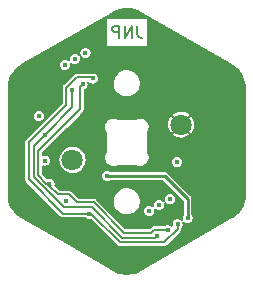
<source format=gbr>
%TF.GenerationSoftware,KiCad,Pcbnew,(6.0.6)*%
%TF.CreationDate,2022-07-10T21:38:46+02:00*%
%TF.ProjectId,GCode_Buttons_B3K-T13L,47436f64-655f-4427-9574-746f6e735f42,rev?*%
%TF.SameCoordinates,Original*%
%TF.FileFunction,Copper,L4,Bot*%
%TF.FilePolarity,Positive*%
%FSLAX46Y46*%
G04 Gerber Fmt 4.6, Leading zero omitted, Abs format (unit mm)*
G04 Created by KiCad (PCBNEW (6.0.6)) date 2022-07-10 21:38:46*
%MOMM*%
%LPD*%
G01*
G04 APERTURE LIST*
%ADD10C,0.200000*%
%TA.AperFunction,NonConductor*%
%ADD11C,0.200000*%
%TD*%
%TA.AperFunction,ComponentPad*%
%ADD12C,1.800000*%
%TD*%
%TA.AperFunction,ViaPad*%
%ADD13C,0.450000*%
%TD*%
%TA.AperFunction,Conductor*%
%ADD14C,0.200000*%
%TD*%
%TA.AperFunction,Conductor*%
%ADD15C,0.250000*%
%TD*%
G04 APERTURE END LIST*
D10*
D11*
X100880952Y-90152380D02*
X100880952Y-90866666D01*
X100928571Y-91009523D01*
X101023809Y-91104761D01*
X101166666Y-91152380D01*
X101261904Y-91152380D01*
X100404761Y-91152380D02*
X100404761Y-90152380D01*
X99833333Y-91152380D01*
X99833333Y-90152380D01*
X99357142Y-91152380D02*
X99357142Y-90152380D01*
X98976190Y-90152380D01*
X98880952Y-90200000D01*
X98833333Y-90247619D01*
X98785714Y-90342857D01*
X98785714Y-90485714D01*
X98833333Y-90580952D01*
X98880952Y-90628571D01*
X98976190Y-90676190D01*
X99357142Y-90676190D01*
D12*
%TO.P,SW1,1,1*%
%TO.N,Net-(JP1-Pad1)*%
X95400000Y-101500000D03*
%TO.P,SW1,2,2*%
%TO.N,GND*%
X104600000Y-98500000D03*
%TD*%
D13*
%TO.N,+5V*%
X103650000Y-104800000D03*
X92550000Y-97800000D03*
X96500000Y-92450000D03*
X104250000Y-101650000D03*
%TO.N,GND*%
X90650000Y-94350000D03*
X109450000Y-94350000D03*
X100000000Y-110850000D03*
X109450000Y-105300000D03*
X97400000Y-91950000D03*
X100000000Y-89000000D03*
X90500000Y-105300000D03*
%TO.N,Net-(J1-Pad4)*%
X95600000Y-92950000D03*
X102750000Y-105300000D03*
X94850000Y-104950000D03*
%TO.N,Net-(J1-Pad1)*%
X102550000Y-107950000D03*
X93050000Y-99400000D03*
X95400000Y-95600000D03*
%TO.N,Net-(J1-Pad2)*%
X93050000Y-101550000D03*
X94750000Y-93450000D03*
X101900000Y-105800000D03*
%TO.N,Net-(J1-Pad3)*%
X93450000Y-103500000D03*
X103450000Y-107450000D03*
X96250000Y-95100000D03*
%TO.N,Net-(J1-Pad5)*%
X104300000Y-106950000D03*
X96800000Y-106050000D03*
X97150000Y-94600000D03*
%TO.N,Dout*%
X105150000Y-106400000D03*
X98350000Y-102850000D03*
%TD*%
D14*
%TO.N,Net-(J1-Pad1)*%
X93050000Y-103900000D02*
X94650000Y-105500000D01*
X93050000Y-99400000D02*
X92100000Y-100350000D01*
X95400000Y-97050000D02*
X93050000Y-99400000D01*
X92100000Y-102965686D02*
X93034314Y-103900000D01*
X94650000Y-105500000D02*
X97015686Y-105500000D01*
X102425000Y-108075000D02*
X102550000Y-107950000D01*
X95400000Y-95600000D02*
X95400000Y-97050000D01*
X92100000Y-100350000D02*
X92100000Y-102965686D01*
X99590686Y-108075000D02*
X102425000Y-108075000D01*
X93034314Y-103900000D02*
X93050000Y-103900000D01*
X97015686Y-105500000D02*
X99590686Y-108075000D01*
%TO.N,Net-(J1-Pad3)*%
X103425000Y-107425000D02*
X102332537Y-107425000D01*
D15*
X93450000Y-103550000D02*
X93500000Y-103600000D01*
D14*
X93200000Y-103500000D02*
X93450000Y-103500000D01*
X96035000Y-97215000D02*
X92500000Y-100750000D01*
X99756372Y-107675000D02*
X97181372Y-105100000D01*
X96035000Y-95315000D02*
X96035000Y-97215000D01*
X94140686Y-104425000D02*
X93450000Y-103734314D01*
X102082537Y-107675000D02*
X99756372Y-107675000D01*
X95742463Y-105100000D02*
X95067463Y-104425000D01*
X97181372Y-105100000D02*
X95742463Y-105100000D01*
X95067463Y-104425000D02*
X94140686Y-104425000D01*
X102332537Y-107425000D02*
X102082537Y-107675000D01*
X103450000Y-107450000D02*
X103425000Y-107425000D01*
X93450000Y-103734314D02*
X93450000Y-103500000D01*
X92500000Y-100750000D02*
X92500000Y-102800000D01*
X96250000Y-95100000D02*
X96035000Y-95315000D01*
X92500000Y-102800000D02*
X93200000Y-103500000D01*
%TO.N,Net-(J1-Pad5)*%
X94875000Y-95382537D02*
X94875000Y-96825000D01*
X104300000Y-107350000D02*
X103175000Y-108475000D01*
X94875000Y-96825000D02*
X91700000Y-100000000D01*
X97150000Y-94600000D02*
X97050000Y-94500000D01*
X91700000Y-100000000D02*
X91700000Y-103131372D01*
X91700000Y-103131372D02*
X94618628Y-106050000D01*
X94618628Y-106050000D02*
X96800000Y-106050000D01*
X104300000Y-106950000D02*
X104300000Y-107350000D01*
X97050000Y-94500000D02*
X95757537Y-94500000D01*
X97000000Y-106050000D02*
X96800000Y-106050000D01*
X95757537Y-94500000D02*
X94875000Y-95382537D01*
X103175000Y-108475000D02*
X99425000Y-108475000D01*
X99425000Y-108475000D02*
X97000000Y-106050000D01*
D15*
%TO.N,Dout*%
X105150000Y-106400000D02*
X105150000Y-104800000D01*
X105150000Y-104800000D02*
X103200000Y-102850000D01*
X103200000Y-102850000D02*
X98350000Y-102850000D01*
%TD*%
%TA.AperFunction,Conductor*%
%TO.N,GND*%
G36*
X100139427Y-88618618D02*
G01*
X100393584Y-88648326D01*
X100404913Y-88650324D01*
X100653898Y-88709334D01*
X100664915Y-88712632D01*
X100905375Y-88800152D01*
X100915946Y-88804713D01*
X101120817Y-88907604D01*
X101129014Y-88913302D01*
X101129054Y-88913233D01*
X101138701Y-88918825D01*
X101146860Y-88926420D01*
X101157505Y-88929725D01*
X101157508Y-88929727D01*
X101158606Y-88930068D01*
X101178750Y-88938878D01*
X108920292Y-93408461D01*
X108938241Y-93421730D01*
X108946860Y-93429753D01*
X108957505Y-93433058D01*
X108966872Y-93438488D01*
X108976363Y-93442972D01*
X109168341Y-93569238D01*
X109177573Y-93576110D01*
X109329058Y-93703220D01*
X109373598Y-93740593D01*
X109381972Y-93748494D01*
X109557563Y-93934609D01*
X109564963Y-93943428D01*
X109717764Y-94148675D01*
X109724090Y-94158294D01*
X109852026Y-94379885D01*
X109857193Y-94390173D01*
X109958540Y-94625119D01*
X109962478Y-94635937D01*
X110035866Y-94881067D01*
X110038521Y-94892269D01*
X110047995Y-94945996D01*
X110082956Y-95144266D01*
X110084290Y-95155675D01*
X110097622Y-95384559D01*
X110096784Y-95394521D01*
X110096861Y-95394521D01*
X110096841Y-95405669D01*
X110094343Y-95416534D01*
X110096965Y-95428119D01*
X110097058Y-95428531D01*
X110099499Y-95450381D01*
X110099501Y-104389534D01*
X110096983Y-104411722D01*
X110094345Y-104423193D01*
X110096806Y-104434069D01*
X110096787Y-104444886D01*
X110097648Y-104455354D01*
X110092322Y-104546780D01*
X110085730Y-104659934D01*
X110084284Y-104684750D01*
X110082949Y-104696178D01*
X110064164Y-104802706D01*
X110038511Y-104948181D01*
X110035856Y-104959383D01*
X110017177Y-105021774D01*
X109962466Y-105204520D01*
X109958535Y-105215321D01*
X109889119Y-105376249D01*
X109857182Y-105450289D01*
X109852015Y-105460576D01*
X109724087Y-105682163D01*
X109717762Y-105691781D01*
X109564957Y-105897046D01*
X109557565Y-105905856D01*
X109387612Y-106086009D01*
X109381973Y-106091986D01*
X109373613Y-106099875D01*
X109177584Y-106264378D01*
X109168364Y-106271242D01*
X108976953Y-106397149D01*
X108967768Y-106401470D01*
X108967795Y-106401518D01*
X108958131Y-106407076D01*
X108947473Y-106410345D01*
X108938881Y-106418289D01*
X108938450Y-106418687D01*
X108920743Y-106431731D01*
X101179205Y-110901308D01*
X101158731Y-110910220D01*
X101158140Y-110910401D01*
X101158138Y-110910402D01*
X101147479Y-110913671D01*
X101139291Y-110921240D01*
X101129917Y-110926631D01*
X101121282Y-110932612D01*
X100915933Y-111035747D01*
X100905361Y-111040307D01*
X100664922Y-111127824D01*
X100653893Y-111131126D01*
X100404920Y-111190136D01*
X100393582Y-111192136D01*
X100139428Y-111221843D01*
X100127935Y-111222512D01*
X99872065Y-111222512D01*
X99860572Y-111221843D01*
X99606418Y-111192136D01*
X99595080Y-111190136D01*
X99346108Y-111131126D01*
X99335079Y-111127824D01*
X99094640Y-111040307D01*
X99084068Y-111035747D01*
X98879180Y-110932844D01*
X98870991Y-110927150D01*
X98870950Y-110927220D01*
X98861304Y-110921628D01*
X98853143Y-110914031D01*
X98841453Y-110910401D01*
X98841398Y-110910384D01*
X98821254Y-110901574D01*
X98820794Y-110901308D01*
X94920809Y-108649651D01*
X91079701Y-106431986D01*
X91061752Y-106418717D01*
X91061292Y-106418289D01*
X91053131Y-106410693D01*
X91042483Y-106407387D01*
X91033126Y-106401964D01*
X91023631Y-106397478D01*
X90831639Y-106271212D01*
X90822404Y-106264337D01*
X90626390Y-106099870D01*
X90618015Y-106091969D01*
X90586651Y-106058726D01*
X90442413Y-105905847D01*
X90435026Y-105897045D01*
X90282221Y-105691791D01*
X90275895Y-105682173D01*
X90256471Y-105648528D01*
X90194548Y-105541274D01*
X90147960Y-105460579D01*
X90142793Y-105450290D01*
X90041453Y-105215345D01*
X90037515Y-105204526D01*
X89964136Y-104959396D01*
X89961481Y-104948192D01*
X89917059Y-104696203D01*
X89915723Y-104684767D01*
X89902399Y-104455803D01*
X89903229Y-104445943D01*
X89903136Y-104445943D01*
X89903156Y-104434794D01*
X89905655Y-104423929D01*
X89902939Y-104411922D01*
X89900499Y-104390079D01*
X89900499Y-99985066D01*
X91394660Y-99985066D01*
X91398596Y-100013987D01*
X91399500Y-100027337D01*
X91399500Y-103077864D01*
X91399197Y-103081989D01*
X91397575Y-103086714D01*
X91397918Y-103095848D01*
X91399430Y-103136133D01*
X91399500Y-103139846D01*
X91399500Y-103159320D01*
X91400325Y-103163750D01*
X91400661Y-103168943D01*
X91401774Y-103198580D01*
X91405380Y-103206974D01*
X91405381Y-103206977D01*
X91406317Y-103209155D01*
X91412683Y-103230106D01*
X91414791Y-103241425D01*
X91426819Y-103260938D01*
X91428768Y-103264100D01*
X91435451Y-103276967D01*
X91445964Y-103301435D01*
X91449978Y-103306321D01*
X91454342Y-103310685D01*
X91468613Y-103328740D01*
X91473532Y-103336720D01*
X91496769Y-103354390D01*
X91506839Y-103363182D01*
X94368312Y-106224656D01*
X94371009Y-106227781D01*
X94373203Y-106232269D01*
X94379905Y-106238486D01*
X94409436Y-106265880D01*
X94412112Y-106268456D01*
X94425904Y-106282248D01*
X94429615Y-106284793D01*
X94433534Y-106288234D01*
X94455274Y-106308401D01*
X94463762Y-106311787D01*
X94463765Y-106311789D01*
X94465966Y-106312667D01*
X94485282Y-106322981D01*
X94487237Y-106324322D01*
X94487239Y-106324323D01*
X94494774Y-106329492D01*
X94503662Y-106331601D01*
X94503664Y-106331602D01*
X94520686Y-106335641D01*
X94534512Y-106340014D01*
X94552760Y-106347294D01*
X94552762Y-106347294D01*
X94559250Y-106349883D01*
X94565543Y-106350500D01*
X94571712Y-106350500D01*
X94594571Y-106353175D01*
X94594801Y-106353230D01*
X94594803Y-106353230D01*
X94603694Y-106355340D01*
X94632616Y-106351404D01*
X94645965Y-106350500D01*
X96457744Y-106350500D01*
X96515935Y-106369407D01*
X96527748Y-106379496D01*
X96546780Y-106398528D01*
X96553717Y-106402063D01*
X96553719Y-106402064D01*
X96659934Y-106456183D01*
X96666874Y-106459719D01*
X96674568Y-106460938D01*
X96674569Y-106460938D01*
X96792304Y-106479585D01*
X96800000Y-106480804D01*
X96807696Y-106479585D01*
X96807697Y-106479585D01*
X96927867Y-106460552D01*
X96988299Y-106470123D01*
X97013358Y-106488329D01*
X99174680Y-108649651D01*
X99177380Y-108652780D01*
X99179575Y-108657269D01*
X99186278Y-108663487D01*
X99215822Y-108690893D01*
X99218498Y-108693469D01*
X99232277Y-108707248D01*
X99235987Y-108709793D01*
X99239900Y-108713229D01*
X99252605Y-108725014D01*
X99261646Y-108733401D01*
X99270132Y-108736787D01*
X99270134Y-108736788D01*
X99272337Y-108737667D01*
X99291648Y-108747978D01*
X99293607Y-108749322D01*
X99293610Y-108749323D01*
X99301146Y-108754493D01*
X99310038Y-108756603D01*
X99310040Y-108756604D01*
X99327066Y-108760644D01*
X99340885Y-108765014D01*
X99365622Y-108774883D01*
X99371915Y-108775500D01*
X99378085Y-108775500D01*
X99400941Y-108778175D01*
X99410066Y-108780340D01*
X99438988Y-108776404D01*
X99452337Y-108775500D01*
X103121492Y-108775500D01*
X103125617Y-108775803D01*
X103130342Y-108777425D01*
X103179761Y-108775570D01*
X103183474Y-108775500D01*
X103202948Y-108775500D01*
X103207378Y-108774675D01*
X103212571Y-108774339D01*
X103228602Y-108773737D01*
X103233075Y-108773569D01*
X103242208Y-108773226D01*
X103250602Y-108769620D01*
X103250605Y-108769619D01*
X103252783Y-108768683D01*
X103273734Y-108762317D01*
X103285053Y-108760209D01*
X103307729Y-108746232D01*
X103320596Y-108739548D01*
X103338642Y-108731795D01*
X103338643Y-108731794D01*
X103345063Y-108729036D01*
X103349949Y-108725022D01*
X103354313Y-108720658D01*
X103372368Y-108706387D01*
X103380348Y-108701468D01*
X103398018Y-108678231D01*
X103406810Y-108668161D01*
X104474656Y-107600316D01*
X104477781Y-107597619D01*
X104482269Y-107595425D01*
X104515880Y-107559192D01*
X104518456Y-107556516D01*
X104532248Y-107542724D01*
X104534793Y-107539013D01*
X104538234Y-107535094D01*
X104552185Y-107520055D01*
X104552185Y-107520054D01*
X104558401Y-107513354D01*
X104561787Y-107504866D01*
X104561789Y-107504863D01*
X104562667Y-107502662D01*
X104572981Y-107483346D01*
X104574322Y-107481391D01*
X104574323Y-107481389D01*
X104579492Y-107473854D01*
X104585641Y-107447941D01*
X104590014Y-107434116D01*
X104597294Y-107415868D01*
X104597294Y-107415866D01*
X104599883Y-107409378D01*
X104600500Y-107403085D01*
X104600500Y-107396916D01*
X104603175Y-107374057D01*
X104603230Y-107373827D01*
X104603230Y-107373825D01*
X104605340Y-107364934D01*
X104601404Y-107336012D01*
X104600500Y-107322663D01*
X104600500Y-107292256D01*
X104619407Y-107234065D01*
X104629496Y-107222252D01*
X104648528Y-107203220D01*
X104653361Y-107193736D01*
X104706183Y-107090066D01*
X104706183Y-107090065D01*
X104709719Y-107083126D01*
X104719845Y-107019196D01*
X104729585Y-106957696D01*
X104730804Y-106950000D01*
X104709719Y-106816874D01*
X104712320Y-106816462D01*
X104712317Y-106767643D01*
X104748278Y-106718141D01*
X104806468Y-106699230D01*
X104864659Y-106718134D01*
X104876478Y-106728226D01*
X104896780Y-106748528D01*
X104903717Y-106752063D01*
X104903719Y-106752064D01*
X104946253Y-106773736D01*
X105016874Y-106809719D01*
X105024568Y-106810938D01*
X105024569Y-106810938D01*
X105142304Y-106829585D01*
X105150000Y-106830804D01*
X105157696Y-106829585D01*
X105275431Y-106810938D01*
X105275432Y-106810938D01*
X105283126Y-106809719D01*
X105353747Y-106773736D01*
X105396281Y-106752064D01*
X105396283Y-106752063D01*
X105403220Y-106748528D01*
X105498528Y-106653220D01*
X105509409Y-106631866D01*
X105556183Y-106540066D01*
X105556183Y-106540065D01*
X105559719Y-106533126D01*
X105561926Y-106519196D01*
X105576627Y-106426371D01*
X105580804Y-106400000D01*
X105568818Y-106324322D01*
X105560938Y-106274569D01*
X105560938Y-106274568D01*
X105559719Y-106266874D01*
X105498528Y-106146780D01*
X105494155Y-106142407D01*
X105475500Y-106084990D01*
X105475500Y-104818522D01*
X105475877Y-104809893D01*
X105478508Y-104779822D01*
X105479263Y-104771193D01*
X105469205Y-104733657D01*
X105467337Y-104725231D01*
X105463984Y-104706217D01*
X105460588Y-104686955D01*
X105456255Y-104679450D01*
X105454262Y-104673973D01*
X105451795Y-104668682D01*
X105449553Y-104660316D01*
X105427264Y-104628484D01*
X105422628Y-104621206D01*
X105407524Y-104595044D01*
X105407523Y-104595042D01*
X105403194Y-104587545D01*
X105373435Y-104562574D01*
X105367067Y-104556740D01*
X103443269Y-102632943D01*
X103437434Y-102626575D01*
X103412455Y-102596806D01*
X103378792Y-102577371D01*
X103371511Y-102572732D01*
X103369056Y-102571013D01*
X103339684Y-102550446D01*
X103331316Y-102548204D01*
X103326029Y-102545738D01*
X103320544Y-102543742D01*
X103313045Y-102539412D01*
X103304519Y-102537909D01*
X103304517Y-102537908D01*
X103274784Y-102532666D01*
X103266349Y-102530796D01*
X103237174Y-102522978D01*
X103228807Y-102520736D01*
X103220178Y-102521491D01*
X103190095Y-102524123D01*
X103181466Y-102524500D01*
X98665010Y-102524500D01*
X98607593Y-102505845D01*
X98603220Y-102501472D01*
X98483126Y-102440281D01*
X98475432Y-102439062D01*
X98475431Y-102439062D01*
X98357696Y-102420415D01*
X98350000Y-102419196D01*
X98342304Y-102420415D01*
X98224569Y-102439062D01*
X98224568Y-102439062D01*
X98216874Y-102440281D01*
X98209935Y-102443817D01*
X98209934Y-102443817D01*
X98103719Y-102497936D01*
X98103717Y-102497937D01*
X98096780Y-102501472D01*
X98001472Y-102596780D01*
X97997937Y-102603717D01*
X97997936Y-102603719D01*
X97983046Y-102632943D01*
X97940281Y-102716874D01*
X97919196Y-102850000D01*
X97940281Y-102983126D01*
X97943817Y-102990065D01*
X97943817Y-102990066D01*
X97997716Y-103095848D01*
X98001472Y-103103220D01*
X98096780Y-103198528D01*
X98103717Y-103202063D01*
X98103719Y-103202064D01*
X98196243Y-103249207D01*
X98216874Y-103259719D01*
X98224568Y-103260938D01*
X98224569Y-103260938D01*
X98313022Y-103274947D01*
X98325781Y-103276968D01*
X98342304Y-103279585D01*
X98350000Y-103280804D01*
X98357696Y-103279585D01*
X98374220Y-103276968D01*
X98386978Y-103274947D01*
X98475431Y-103260938D01*
X98475432Y-103260938D01*
X98483126Y-103259719D01*
X98603220Y-103198528D01*
X98607593Y-103194155D01*
X98665010Y-103175500D01*
X103024166Y-103175500D01*
X103082357Y-103194407D01*
X103094170Y-103204496D01*
X104795504Y-104905831D01*
X104823281Y-104960348D01*
X104824500Y-104975835D01*
X104824500Y-106084990D01*
X104805845Y-106142407D01*
X104801472Y-106146780D01*
X104740281Y-106266874D01*
X104739062Y-106274568D01*
X104739062Y-106274569D01*
X104731182Y-106324322D01*
X104719196Y-106400000D01*
X104728848Y-106460938D01*
X104740281Y-106533126D01*
X104737680Y-106533538D01*
X104737683Y-106582357D01*
X104701722Y-106631859D01*
X104643532Y-106650770D01*
X104585341Y-106631866D01*
X104573522Y-106621774D01*
X104553220Y-106601472D01*
X104546283Y-106597937D01*
X104546281Y-106597936D01*
X104440066Y-106543817D01*
X104440065Y-106543817D01*
X104433126Y-106540281D01*
X104425432Y-106539062D01*
X104425431Y-106539062D01*
X104307696Y-106520415D01*
X104300000Y-106519196D01*
X104292304Y-106520415D01*
X104174569Y-106539062D01*
X104174568Y-106539062D01*
X104166874Y-106540281D01*
X104159935Y-106543817D01*
X104159934Y-106543817D01*
X104053719Y-106597936D01*
X104053717Y-106597937D01*
X104046780Y-106601472D01*
X103951472Y-106696780D01*
X103947937Y-106703717D01*
X103947936Y-106703719D01*
X103915653Y-106767078D01*
X103890281Y-106816874D01*
X103889062Y-106824568D01*
X103889062Y-106824569D01*
X103875053Y-106913022D01*
X103869196Y-106950000D01*
X103870415Y-106957696D01*
X103881273Y-107026249D01*
X103871702Y-107086681D01*
X103828437Y-107129945D01*
X103768005Y-107139517D01*
X103713488Y-107111740D01*
X103703220Y-107101472D01*
X103696283Y-107097937D01*
X103696281Y-107097936D01*
X103590066Y-107043817D01*
X103590065Y-107043817D01*
X103583126Y-107040281D01*
X103575432Y-107039062D01*
X103575431Y-107039062D01*
X103457696Y-107020415D01*
X103450000Y-107019196D01*
X103442304Y-107020415D01*
X103324569Y-107039062D01*
X103324568Y-107039062D01*
X103316874Y-107040281D01*
X103196780Y-107101472D01*
X103192407Y-107105845D01*
X103134990Y-107124500D01*
X102386045Y-107124500D01*
X102381920Y-107124197D01*
X102377195Y-107122575D01*
X102327775Y-107124430D01*
X102324062Y-107124500D01*
X102304589Y-107124500D01*
X102300159Y-107125325D01*
X102294966Y-107125661D01*
X102275835Y-107126379D01*
X102274463Y-107126431D01*
X102265328Y-107126774D01*
X102256931Y-107130382D01*
X102256930Y-107130382D01*
X102254749Y-107131319D01*
X102233800Y-107137683D01*
X102231473Y-107138116D01*
X102231468Y-107138118D01*
X102222484Y-107139791D01*
X102199809Y-107153768D01*
X102186941Y-107160452D01*
X102168895Y-107168205D01*
X102168894Y-107168206D01*
X102162474Y-107170964D01*
X102157588Y-107174978D01*
X102153224Y-107179342D01*
X102135169Y-107193613D01*
X102127189Y-107198532D01*
X102109519Y-107221769D01*
X102100727Y-107231839D01*
X101987062Y-107345504D01*
X101932545Y-107373281D01*
X101917058Y-107374500D01*
X99921851Y-107374500D01*
X99863660Y-107355593D01*
X99851847Y-107345504D01*
X97452339Y-104945996D01*
X98895814Y-104945996D01*
X98896032Y-104950707D01*
X98896032Y-104950708D01*
X98901032Y-105058726D01*
X98905523Y-105155767D01*
X98922320Y-105225464D01*
X98940284Y-105300000D01*
X98954724Y-105359918D01*
X99041640Y-105551081D01*
X99163137Y-105722360D01*
X99171958Y-105730804D01*
X99311427Y-105864317D01*
X99311431Y-105864320D01*
X99314831Y-105867575D01*
X99491246Y-105981485D01*
X99495623Y-105983249D01*
X99669243Y-106053220D01*
X99686019Y-106059981D01*
X99690643Y-106060884D01*
X99888627Y-106099548D01*
X99888634Y-106099549D01*
X99892122Y-106100230D01*
X99897643Y-106100500D01*
X100052469Y-106100500D01*
X100148540Y-106091334D01*
X100204353Y-106086009D01*
X100204355Y-106086009D01*
X100209046Y-106085561D01*
X100410549Y-106026447D01*
X100533126Y-105963315D01*
X100593051Y-105932452D01*
X100597239Y-105930295D01*
X100762379Y-105800576D01*
X100762879Y-105800000D01*
X101469196Y-105800000D01*
X101470415Y-105807696D01*
X101484567Y-105897046D01*
X101490281Y-105933126D01*
X101493817Y-105940065D01*
X101493817Y-105940066D01*
X101538506Y-106027772D01*
X101551472Y-106053220D01*
X101646780Y-106148528D01*
X101653717Y-106152063D01*
X101653719Y-106152064D01*
X101759934Y-106206183D01*
X101766874Y-106209719D01*
X101774568Y-106210938D01*
X101774569Y-106210938D01*
X101892304Y-106229585D01*
X101900000Y-106230804D01*
X101907696Y-106229585D01*
X102025431Y-106210938D01*
X102025432Y-106210938D01*
X102033126Y-106209719D01*
X102040066Y-106206183D01*
X102146281Y-106152064D01*
X102146283Y-106152063D01*
X102153220Y-106148528D01*
X102248528Y-106053220D01*
X102261495Y-106027772D01*
X102306183Y-105940066D01*
X102306183Y-105940065D01*
X102309719Y-105933126D01*
X102315434Y-105897046D01*
X102329585Y-105807696D01*
X102330804Y-105800000D01*
X102318727Y-105723750D01*
X102328298Y-105663319D01*
X102371563Y-105620055D01*
X102431995Y-105610483D01*
X102486512Y-105638260D01*
X102496780Y-105648528D01*
X102503717Y-105652063D01*
X102503719Y-105652064D01*
X102581692Y-105691793D01*
X102616874Y-105709719D01*
X102624568Y-105710938D01*
X102624569Y-105710938D01*
X102696686Y-105722360D01*
X102717251Y-105725617D01*
X102742304Y-105729585D01*
X102750000Y-105730804D01*
X102757696Y-105729585D01*
X102782750Y-105725617D01*
X102803314Y-105722360D01*
X102875431Y-105710938D01*
X102875432Y-105710938D01*
X102883126Y-105709719D01*
X102918308Y-105691793D01*
X102996281Y-105652064D01*
X102996283Y-105652063D01*
X103003220Y-105648528D01*
X103098528Y-105553220D01*
X103130987Y-105489517D01*
X103156183Y-105440066D01*
X103156183Y-105440065D01*
X103159719Y-105433126D01*
X103169845Y-105369196D01*
X103179585Y-105307696D01*
X103180804Y-105300000D01*
X103159719Y-105166874D01*
X103162320Y-105166462D01*
X103162317Y-105117643D01*
X103198278Y-105068141D01*
X103256468Y-105049230D01*
X103314659Y-105068134D01*
X103326478Y-105078226D01*
X103396780Y-105148528D01*
X103403717Y-105152063D01*
X103403719Y-105152064D01*
X103506682Y-105204526D01*
X103516874Y-105209719D01*
X103524568Y-105210938D01*
X103524569Y-105210938D01*
X103642304Y-105229585D01*
X103650000Y-105230804D01*
X103657696Y-105229585D01*
X103775431Y-105210938D01*
X103775432Y-105210938D01*
X103783126Y-105209719D01*
X103793318Y-105204526D01*
X103896281Y-105152064D01*
X103896283Y-105152063D01*
X103903220Y-105148528D01*
X103998528Y-105053220D01*
X104009409Y-105031866D01*
X104056183Y-104940066D01*
X104056183Y-104940065D01*
X104059719Y-104933126D01*
X104062158Y-104917731D01*
X104079585Y-104807696D01*
X104080804Y-104800000D01*
X104071012Y-104738174D01*
X104060938Y-104674569D01*
X104060938Y-104674568D01*
X104059719Y-104666874D01*
X104056183Y-104659934D01*
X104002064Y-104553719D01*
X104002063Y-104553717D01*
X103998528Y-104546780D01*
X103903220Y-104451472D01*
X103896283Y-104447937D01*
X103896281Y-104447936D01*
X103790066Y-104393817D01*
X103790065Y-104393817D01*
X103783126Y-104390281D01*
X103775432Y-104389062D01*
X103775431Y-104389062D01*
X103657696Y-104370415D01*
X103650000Y-104369196D01*
X103642304Y-104370415D01*
X103524569Y-104389062D01*
X103524568Y-104389062D01*
X103516874Y-104390281D01*
X103509935Y-104393817D01*
X103509934Y-104393817D01*
X103403719Y-104447936D01*
X103403717Y-104447937D01*
X103396780Y-104451472D01*
X103301472Y-104546780D01*
X103297937Y-104553717D01*
X103297936Y-104553719D01*
X103243817Y-104659934D01*
X103240281Y-104666874D01*
X103239062Y-104674568D01*
X103239062Y-104674569D01*
X103228988Y-104738174D01*
X103219196Y-104800000D01*
X103228491Y-104858687D01*
X103240281Y-104933126D01*
X103237680Y-104933538D01*
X103237683Y-104982357D01*
X103201722Y-105031859D01*
X103143532Y-105050770D01*
X103085341Y-105031866D01*
X103073522Y-105021774D01*
X103003220Y-104951472D01*
X102996283Y-104947937D01*
X102996281Y-104947936D01*
X102890066Y-104893817D01*
X102890065Y-104893817D01*
X102883126Y-104890281D01*
X102875432Y-104889062D01*
X102875431Y-104889062D01*
X102757696Y-104870415D01*
X102750000Y-104869196D01*
X102742304Y-104870415D01*
X102624569Y-104889062D01*
X102624568Y-104889062D01*
X102616874Y-104890281D01*
X102609935Y-104893817D01*
X102609934Y-104893817D01*
X102503719Y-104947936D01*
X102503717Y-104947937D01*
X102496780Y-104951472D01*
X102401472Y-105046780D01*
X102397937Y-105053717D01*
X102397936Y-105053719D01*
X102365365Y-105117643D01*
X102340281Y-105166874D01*
X102339062Y-105174568D01*
X102339062Y-105174569D01*
X102325981Y-105257164D01*
X102319196Y-105300000D01*
X102329366Y-105364207D01*
X102331273Y-105376249D01*
X102321702Y-105436681D01*
X102278437Y-105479945D01*
X102218005Y-105489517D01*
X102163488Y-105461740D01*
X102153220Y-105451472D01*
X102146283Y-105447937D01*
X102146281Y-105447936D01*
X102040066Y-105393817D01*
X102040065Y-105393817D01*
X102033126Y-105390281D01*
X102025432Y-105389062D01*
X102025431Y-105389062D01*
X101907696Y-105370415D01*
X101900000Y-105369196D01*
X101892304Y-105370415D01*
X101774569Y-105389062D01*
X101774568Y-105389062D01*
X101766874Y-105390281D01*
X101759935Y-105393817D01*
X101759934Y-105393817D01*
X101653719Y-105447936D01*
X101653717Y-105447937D01*
X101646780Y-105451472D01*
X101551472Y-105546780D01*
X101547937Y-105553717D01*
X101547936Y-105553719D01*
X101502970Y-105641971D01*
X101490281Y-105666874D01*
X101489062Y-105674568D01*
X101489062Y-105674569D01*
X101475053Y-105763022D01*
X101469196Y-105800000D01*
X100762879Y-105800000D01*
X100881485Y-105663319D01*
X100896921Y-105645531D01*
X100896922Y-105645530D01*
X100900010Y-105641971D01*
X101005166Y-105460201D01*
X101012158Y-105440066D01*
X101072509Y-105266273D01*
X101072510Y-105266271D01*
X101074053Y-105261826D01*
X101078728Y-105229585D01*
X101103509Y-105058674D01*
X101103509Y-105058673D01*
X101104186Y-105054004D01*
X101099695Y-104956978D01*
X101094695Y-104848941D01*
X101094695Y-104848940D01*
X101094477Y-104844233D01*
X101070040Y-104742836D01*
X101046381Y-104644665D01*
X101046379Y-104644660D01*
X101045276Y-104640082D01*
X100958360Y-104448919D01*
X100836863Y-104277640D01*
X100745661Y-104190333D01*
X100688573Y-104135683D01*
X100688569Y-104135680D01*
X100685169Y-104132425D01*
X100508754Y-104018515D01*
X100402539Y-103975709D01*
X100318356Y-103941782D01*
X100318354Y-103941781D01*
X100313981Y-103940019D01*
X100308687Y-103938985D01*
X100111373Y-103900452D01*
X100111366Y-103900451D01*
X100107878Y-103899770D01*
X100102357Y-103899500D01*
X99947531Y-103899500D01*
X99851460Y-103908666D01*
X99795647Y-103913991D01*
X99795645Y-103913991D01*
X99790954Y-103914439D01*
X99589451Y-103973553D01*
X99402761Y-104069705D01*
X99306259Y-104145508D01*
X99250058Y-104189655D01*
X99237621Y-104199424D01*
X99099990Y-104358029D01*
X98994834Y-104539799D01*
X98993290Y-104544244D01*
X98993290Y-104544245D01*
X98930442Y-104725231D01*
X98925947Y-104738174D01*
X98925271Y-104742836D01*
X98904788Y-104884107D01*
X98895814Y-104945996D01*
X97452339Y-104945996D01*
X97431692Y-104925349D01*
X97428992Y-104922220D01*
X97426797Y-104917731D01*
X97390550Y-104884107D01*
X97387874Y-104881531D01*
X97374095Y-104867752D01*
X97370385Y-104865207D01*
X97366472Y-104861771D01*
X97351427Y-104847815D01*
X97344726Y-104841599D01*
X97334036Y-104837334D01*
X97314720Y-104827020D01*
X97312765Y-104825679D01*
X97312762Y-104825678D01*
X97305226Y-104820508D01*
X97279313Y-104814359D01*
X97265488Y-104809986D01*
X97247240Y-104802706D01*
X97247238Y-104802706D01*
X97240750Y-104800117D01*
X97234457Y-104799500D01*
X97228288Y-104799500D01*
X97205429Y-104796825D01*
X97205199Y-104796770D01*
X97205197Y-104796770D01*
X97196306Y-104794660D01*
X97167385Y-104798596D01*
X97154035Y-104799500D01*
X95907942Y-104799500D01*
X95849751Y-104780593D01*
X95837938Y-104770504D01*
X95317783Y-104250349D01*
X95315083Y-104247220D01*
X95312888Y-104242731D01*
X95276641Y-104209107D01*
X95273965Y-104206531D01*
X95260186Y-104192752D01*
X95256476Y-104190207D01*
X95252563Y-104186771D01*
X95237518Y-104172815D01*
X95230817Y-104166599D01*
X95220127Y-104162334D01*
X95200811Y-104152020D01*
X95198856Y-104150679D01*
X95198853Y-104150678D01*
X95191317Y-104145508D01*
X95165404Y-104139359D01*
X95151579Y-104134986D01*
X95133331Y-104127706D01*
X95133329Y-104127706D01*
X95126841Y-104125117D01*
X95120548Y-104124500D01*
X95114379Y-104124500D01*
X95091520Y-104121825D01*
X95091290Y-104121770D01*
X95091288Y-104121770D01*
X95082397Y-104119660D01*
X95053476Y-104123596D01*
X95040126Y-104124500D01*
X94306165Y-104124500D01*
X94247974Y-104105593D01*
X94236161Y-104095504D01*
X93880575Y-103739918D01*
X93852798Y-103685401D01*
X93856399Y-103639642D01*
X93859719Y-103633126D01*
X93880804Y-103500000D01*
X93859719Y-103366874D01*
X93855424Y-103358445D01*
X93802064Y-103253719D01*
X93802063Y-103253717D01*
X93798528Y-103246780D01*
X93703220Y-103151472D01*
X93696283Y-103147937D01*
X93696281Y-103147936D01*
X93590066Y-103093817D01*
X93590065Y-103093817D01*
X93583126Y-103090281D01*
X93575432Y-103089062D01*
X93575431Y-103089062D01*
X93457696Y-103070415D01*
X93450000Y-103069196D01*
X93442304Y-103070415D01*
X93324568Y-103089062D01*
X93324566Y-103089063D01*
X93316874Y-103090281D01*
X93309934Y-103093817D01*
X93302521Y-103096226D01*
X93301737Y-103093815D01*
X93253203Y-103101498D01*
X93198693Y-103073722D01*
X92829496Y-102704525D01*
X92801719Y-102650008D01*
X92800500Y-102634521D01*
X92800500Y-102056887D01*
X92819407Y-101998696D01*
X92868907Y-101962732D01*
X92916397Y-101962731D01*
X92916874Y-101959719D01*
X93050000Y-101980804D01*
X93057696Y-101979585D01*
X93175431Y-101960938D01*
X93175432Y-101960938D01*
X93183126Y-101959719D01*
X93203121Y-101949531D01*
X93296281Y-101902064D01*
X93296283Y-101902063D01*
X93303220Y-101898528D01*
X93398528Y-101803220D01*
X93405231Y-101790066D01*
X93456183Y-101690066D01*
X93456183Y-101690065D01*
X93459719Y-101683126D01*
X93462057Y-101668368D01*
X93479107Y-101560717D01*
X93480804Y-101550000D01*
X93468303Y-101471069D01*
X94295164Y-101471069D01*
X94298748Y-101525748D01*
X94307342Y-101656868D01*
X94308392Y-101672894D01*
X94309508Y-101677287D01*
X94309508Y-101677289D01*
X94312753Y-101690066D01*
X94358178Y-101868928D01*
X94442856Y-102052607D01*
X94559588Y-102217780D01*
X94704466Y-102358913D01*
X94872637Y-102471282D01*
X95058470Y-102551122D01*
X95255740Y-102595760D01*
X95457842Y-102603700D01*
X95505390Y-102596806D01*
X95653519Y-102575329D01*
X95653522Y-102575328D01*
X95658007Y-102574678D01*
X95783982Y-102531915D01*
X95845234Y-102511123D01*
X95845237Y-102511121D01*
X95849531Y-102509664D01*
X96026001Y-102410837D01*
X96181505Y-102281505D01*
X96310837Y-102126001D01*
X96409664Y-101949531D01*
X96411202Y-101945002D01*
X96459330Y-101803220D01*
X96474678Y-101758007D01*
X96488733Y-101661073D01*
X96493492Y-101628249D01*
X96503700Y-101557842D01*
X96504541Y-101525728D01*
X96505139Y-101502913D01*
X96505139Y-101502908D01*
X96505215Y-101500000D01*
X96504696Y-101494344D01*
X96487123Y-101303109D01*
X96486708Y-101298591D01*
X96431807Y-101103926D01*
X96342351Y-100922527D01*
X96246965Y-100794790D01*
X96224051Y-100764104D01*
X96224050Y-100764103D01*
X96221335Y-100760467D01*
X96072812Y-100623174D01*
X96050125Y-100608859D01*
X95905594Y-100517667D01*
X95901757Y-100515246D01*
X95713898Y-100440298D01*
X95515526Y-100400839D01*
X95415930Y-100399535D01*
X95317826Y-100398251D01*
X95317821Y-100398251D01*
X95313286Y-100398192D01*
X95308813Y-100398961D01*
X95308808Y-100398961D01*
X95210245Y-100415898D01*
X95113949Y-100432444D01*
X94924193Y-100502449D01*
X94750371Y-100605862D01*
X94746956Y-100608857D01*
X94746953Y-100608859D01*
X94730630Y-100623174D01*
X94598305Y-100739220D01*
X94595497Y-100742782D01*
X94479906Y-100889410D01*
X94473089Y-100898057D01*
X94378914Y-101077053D01*
X94377569Y-101081384D01*
X94377568Y-101081387D01*
X94328610Y-101239062D01*
X94318937Y-101270213D01*
X94295164Y-101471069D01*
X93468303Y-101471069D01*
X93459719Y-101416874D01*
X93446675Y-101391274D01*
X93402064Y-101303719D01*
X93402063Y-101303717D01*
X93398528Y-101296780D01*
X93303220Y-101201472D01*
X93296283Y-101197937D01*
X93296281Y-101197936D01*
X93190066Y-101143817D01*
X93190065Y-101143817D01*
X93183126Y-101140281D01*
X93175432Y-101139062D01*
X93175431Y-101139062D01*
X93057696Y-101120415D01*
X93050000Y-101119196D01*
X92916874Y-101140281D01*
X92916397Y-101137268D01*
X92868902Y-101137266D01*
X92819404Y-101101299D01*
X92800500Y-101043113D01*
X92800500Y-100915479D01*
X92819407Y-100857288D01*
X92829496Y-100845475D01*
X94900743Y-98774228D01*
X98162846Y-98774228D01*
X98194018Y-98920240D01*
X98213143Y-98962757D01*
X98247973Y-99040190D01*
X98251957Y-99050715D01*
X98252127Y-99051101D01*
X98253783Y-99056435D01*
X98254144Y-99057056D01*
X98257987Y-99061155D01*
X98261335Y-99065653D01*
X98260577Y-99066218D01*
X98272215Y-99083344D01*
X98277334Y-99094200D01*
X98283350Y-99110555D01*
X98292558Y-99144575D01*
X98295610Y-99161720D01*
X98296653Y-99173533D01*
X98295987Y-99183154D01*
X98296865Y-99183156D01*
X98296845Y-99194303D01*
X98294345Y-99205169D01*
X98297062Y-99217181D01*
X98299501Y-99239022D01*
X98299501Y-100760446D01*
X98296985Y-100782623D01*
X98294344Y-100794113D01*
X98296806Y-100804988D01*
X98296787Y-100816134D01*
X98296047Y-100816133D01*
X98296713Y-100826038D01*
X98295633Y-100838279D01*
X98292577Y-100855443D01*
X98283374Y-100889444D01*
X98277363Y-100905791D01*
X98272481Y-100916143D01*
X98260882Y-100933132D01*
X98261720Y-100933761D01*
X98258355Y-100938249D01*
X98254506Y-100942325D01*
X98254143Y-100942944D01*
X98252463Y-100948288D01*
X98252403Y-100948423D01*
X98248353Y-100959063D01*
X98196215Y-101074975D01*
X98196213Y-101074980D01*
X98194057Y-101079774D01*
X98162887Y-101225776D01*
X98163190Y-101375069D01*
X98194953Y-101520944D01*
X98197127Y-101525725D01*
X98197128Y-101525728D01*
X98208165Y-101550000D01*
X98256749Y-101656847D01*
X98345801Y-101776673D01*
X98349758Y-101780139D01*
X98349761Y-101780142D01*
X98382397Y-101808726D01*
X98458108Y-101875037D01*
X98588624Y-101947521D01*
X98731486Y-101990867D01*
X98736719Y-101991298D01*
X98736723Y-101991299D01*
X98875031Y-102002696D01*
X98875032Y-102002696D01*
X98880275Y-102003128D01*
X99028305Y-101983753D01*
X99048521Y-101976545D01*
X99152176Y-101939586D01*
X99162980Y-101936460D01*
X99163383Y-101936320D01*
X99168843Y-101935094D01*
X99169490Y-101934784D01*
X99173870Y-101931293D01*
X99178618Y-101928317D01*
X99178968Y-101928876D01*
X99197026Y-101918455D01*
X99202024Y-101916494D01*
X99216152Y-101912137D01*
X99241180Y-101906424D01*
X99245316Y-101905480D01*
X99259952Y-101903274D01*
X99264985Y-101902897D01*
X99274801Y-101903640D01*
X99274802Y-101903139D01*
X99285951Y-101903158D01*
X99296816Y-101905655D01*
X99307688Y-101903194D01*
X99307690Y-101903194D01*
X99308801Y-101902942D01*
X99330658Y-101900499D01*
X100668812Y-101900499D01*
X100691006Y-101903019D01*
X100691599Y-101903156D01*
X100691603Y-101903156D01*
X100702466Y-101905655D01*
X100713340Y-101903196D01*
X100724488Y-101903216D01*
X100724487Y-101903607D01*
X100734446Y-101902871D01*
X100735999Y-101902987D01*
X100740047Y-101903291D01*
X100754680Y-101905497D01*
X100783851Y-101912156D01*
X100797975Y-101916511D01*
X100802545Y-101918305D01*
X100820310Y-101928600D01*
X100820721Y-101927948D01*
X100825478Y-101930950D01*
X100829863Y-101934471D01*
X100830176Y-101934622D01*
X100830178Y-101934624D01*
X100830180Y-101934625D01*
X100830510Y-101934784D01*
X100835934Y-101936022D01*
X100836774Y-101936316D01*
X100846375Y-101939113D01*
X100959883Y-101979585D01*
X100971685Y-101983793D01*
X101119724Y-102003169D01*
X101124967Y-102002737D01*
X101124968Y-102002737D01*
X101263285Y-101991339D01*
X101263289Y-101991338D01*
X101268522Y-101990907D01*
X101411392Y-101947558D01*
X101541916Y-101875070D01*
X101654230Y-101776700D01*
X101743287Y-101656868D01*
X101746410Y-101650000D01*
X103819196Y-101650000D01*
X103822105Y-101668368D01*
X103836303Y-101758007D01*
X103840281Y-101783126D01*
X103843817Y-101790065D01*
X103843817Y-101790066D01*
X103896276Y-101893022D01*
X103901472Y-101903220D01*
X103996780Y-101998528D01*
X104003717Y-102002063D01*
X104003719Y-102002064D01*
X104005888Y-102003169D01*
X104116874Y-102059719D01*
X104124568Y-102060938D01*
X104124569Y-102060938D01*
X104242304Y-102079585D01*
X104250000Y-102080804D01*
X104257696Y-102079585D01*
X104375431Y-102060938D01*
X104375432Y-102060938D01*
X104383126Y-102059719D01*
X104494112Y-102003169D01*
X104496281Y-102002064D01*
X104496283Y-102002063D01*
X104503220Y-101998528D01*
X104598528Y-101903220D01*
X104603725Y-101893022D01*
X104656183Y-101790066D01*
X104656183Y-101790065D01*
X104659719Y-101783126D01*
X104663698Y-101758007D01*
X104677895Y-101668368D01*
X104680804Y-101650000D01*
X104666683Y-101560842D01*
X104660938Y-101524569D01*
X104660938Y-101524568D01*
X104659719Y-101516874D01*
X104653865Y-101505385D01*
X104602064Y-101403719D01*
X104602063Y-101403717D01*
X104598528Y-101396780D01*
X104503220Y-101301472D01*
X104496283Y-101297937D01*
X104496281Y-101297936D01*
X104390066Y-101243817D01*
X104390065Y-101243817D01*
X104383126Y-101240281D01*
X104375432Y-101239062D01*
X104375431Y-101239062D01*
X104259079Y-101220634D01*
X104250000Y-101219196D01*
X104240921Y-101220634D01*
X104124569Y-101239062D01*
X104124568Y-101239062D01*
X104116874Y-101240281D01*
X104109935Y-101243817D01*
X104109934Y-101243817D01*
X104003719Y-101297936D01*
X104003717Y-101297937D01*
X103996780Y-101301472D01*
X103901472Y-101396780D01*
X103897937Y-101403717D01*
X103897936Y-101403719D01*
X103846135Y-101505385D01*
X103840281Y-101516874D01*
X103839062Y-101524568D01*
X103839062Y-101524569D01*
X103833317Y-101560842D01*
X103819196Y-101650000D01*
X101746410Y-101650000D01*
X101805086Y-101520956D01*
X101836851Y-101375073D01*
X101837154Y-101225771D01*
X101805982Y-101079760D01*
X101752025Y-100959804D01*
X101748052Y-100949310D01*
X101747896Y-100948955D01*
X101747887Y-100948943D01*
X101746216Y-100943564D01*
X101746039Y-100943260D01*
X101746035Y-100943247D01*
X101746026Y-100943237D01*
X101745855Y-100942944D01*
X101742048Y-100938883D01*
X101740924Y-100937376D01*
X101740360Y-100936512D01*
X101740121Y-100936300D01*
X101738714Y-100934413D01*
X101738900Y-100934275D01*
X101734171Y-100927031D01*
X101733503Y-100925853D01*
X101733882Y-100925638D01*
X101727777Y-100916656D01*
X101722639Y-100905764D01*
X101716620Y-100889410D01*
X101712574Y-100874471D01*
X101707407Y-100855396D01*
X101704350Y-100838242D01*
X101703319Y-100826589D01*
X101703994Y-100816805D01*
X101703140Y-100816804D01*
X101703159Y-100805654D01*
X101705656Y-100794790D01*
X101703195Y-100783919D01*
X101703195Y-100783917D01*
X101702943Y-100782806D01*
X101700500Y-100760947D01*
X101700500Y-99348521D01*
X103898729Y-99348521D01*
X103899496Y-99353368D01*
X103899511Y-99353388D01*
X103901532Y-99355357D01*
X103908554Y-99361044D01*
X104069099Y-99468317D01*
X104077054Y-99472635D01*
X104254446Y-99548849D01*
X104263058Y-99551647D01*
X104451380Y-99594261D01*
X104460339Y-99595440D01*
X104653289Y-99603021D01*
X104662299Y-99602549D01*
X104853399Y-99574841D01*
X104862191Y-99572730D01*
X105045026Y-99510666D01*
X105053288Y-99506988D01*
X105221757Y-99412640D01*
X105229205Y-99407521D01*
X105291888Y-99355388D01*
X105299004Y-99344110D01*
X105298818Y-99341277D01*
X105296816Y-99338237D01*
X104611086Y-98652507D01*
X104599203Y-98646453D01*
X104594172Y-98647249D01*
X103904783Y-99336638D01*
X103898729Y-99348521D01*
X101700500Y-99348521D01*
X101700500Y-99239550D01*
X101703016Y-99217374D01*
X101703158Y-99216754D01*
X101705656Y-99205887D01*
X101703194Y-99195012D01*
X101703213Y-99183866D01*
X101703954Y-99183867D01*
X101703287Y-99173964D01*
X101704367Y-99161722D01*
X101707423Y-99144557D01*
X101716626Y-99110556D01*
X101722637Y-99094209D01*
X101727519Y-99083857D01*
X101739118Y-99066868D01*
X101738280Y-99066239D01*
X101741645Y-99061751D01*
X101745494Y-99057675D01*
X101745857Y-99057056D01*
X101747534Y-99051723D01*
X101747595Y-99051585D01*
X101751646Y-99040940D01*
X101751984Y-99040190D01*
X101805944Y-98920227D01*
X101807042Y-98915084D01*
X101836016Y-98779367D01*
X101836016Y-98779365D01*
X101837114Y-98774223D01*
X101836867Y-98652507D01*
X101836822Y-98630194D01*
X101836822Y-98630191D01*
X101836811Y-98624930D01*
X101805048Y-98479055D01*
X101803482Y-98475610D01*
X103495963Y-98475610D01*
X103508591Y-98668289D01*
X103510004Y-98677210D01*
X103557534Y-98864359D01*
X103560554Y-98872887D01*
X103641389Y-99048232D01*
X103645910Y-99056063D01*
X103743117Y-99193607D01*
X103753804Y-99201587D01*
X103754553Y-99201597D01*
X103760684Y-99197895D01*
X104447493Y-98511086D01*
X104452735Y-98500797D01*
X104746453Y-98500797D01*
X104747249Y-98505828D01*
X105434277Y-99192856D01*
X105446160Y-99198910D01*
X105448962Y-99198467D01*
X105451808Y-99196193D01*
X105507521Y-99129205D01*
X105512640Y-99121757D01*
X105606988Y-98953288D01*
X105610666Y-98945026D01*
X105672730Y-98762191D01*
X105674841Y-98753399D01*
X105702782Y-98560691D01*
X105703275Y-98554907D01*
X105704637Y-98502914D01*
X105704447Y-98497101D01*
X105686629Y-98303200D01*
X105684982Y-98294314D01*
X105632570Y-98108473D01*
X105629332Y-98100038D01*
X105543928Y-97926855D01*
X105539209Y-97919154D01*
X105455848Y-97807521D01*
X105444954Y-97799822D01*
X105443505Y-97799841D01*
X105438414Y-97803007D01*
X104752507Y-98488914D01*
X104746453Y-98500797D01*
X104452735Y-98500797D01*
X104453547Y-98499203D01*
X104452751Y-98494172D01*
X103765442Y-97806863D01*
X103753559Y-97800809D01*
X103751442Y-97801144D01*
X103747711Y-97804206D01*
X103676322Y-97894763D01*
X103671397Y-97902346D01*
X103581490Y-98073231D01*
X103578032Y-98081579D01*
X103520773Y-98265984D01*
X103518895Y-98274821D01*
X103496199Y-98466578D01*
X103495963Y-98475610D01*
X101803482Y-98475610D01*
X101787541Y-98440552D01*
X101770947Y-98404060D01*
X101743252Y-98343152D01*
X101654200Y-98223326D01*
X101650217Y-98219837D01*
X101545853Y-98128431D01*
X101545852Y-98128430D01*
X101541892Y-98124962D01*
X101411375Y-98052478D01*
X101268513Y-98009132D01*
X101263280Y-98008701D01*
X101263276Y-98008700D01*
X101124968Y-97997303D01*
X101124967Y-97997303D01*
X101119724Y-97996871D01*
X101114506Y-97997554D01*
X100977202Y-98015525D01*
X100971693Y-98016246D01*
X100966738Y-98018013D01*
X100966729Y-98018015D01*
X100847817Y-98060415D01*
X100837068Y-98063525D01*
X100836632Y-98063677D01*
X100831156Y-98064906D01*
X100830508Y-98065217D01*
X100826138Y-98068700D01*
X100821407Y-98071668D01*
X100821059Y-98071114D01*
X100802969Y-98081557D01*
X100797987Y-98083512D01*
X100783835Y-98087877D01*
X100754726Y-98094518D01*
X100740083Y-98096723D01*
X100735051Y-98097099D01*
X100725280Y-98096357D01*
X100725279Y-98096870D01*
X100714130Y-98096847D01*
X100703266Y-98094345D01*
X100692392Y-98096802D01*
X100691219Y-98097067D01*
X100669400Y-98099501D01*
X99331159Y-98099501D01*
X99308984Y-98096986D01*
X99308358Y-98096842D01*
X99297493Y-98094345D01*
X99286620Y-98096807D01*
X99275471Y-98096789D01*
X99275472Y-98096395D01*
X99265501Y-98097135D01*
X99259905Y-98096716D01*
X99245284Y-98094513D01*
X99216124Y-98087861D01*
X99201989Y-98083504D01*
X99197538Y-98081758D01*
X99179648Y-98071392D01*
X99179245Y-98072030D01*
X99174506Y-98069036D01*
X99170137Y-98065529D01*
X99169806Y-98065369D01*
X99169805Y-98065368D01*
X99169803Y-98065368D01*
X99169490Y-98065216D01*
X99163993Y-98063961D01*
X99163099Y-98063647D01*
X99153625Y-98060887D01*
X99033265Y-98017972D01*
X99028315Y-98016207D01*
X98880276Y-97996831D01*
X98875033Y-97997263D01*
X98875032Y-97997263D01*
X98736715Y-98008661D01*
X98736711Y-98008662D01*
X98731478Y-98009093D01*
X98588608Y-98052442D01*
X98458084Y-98124929D01*
X98345770Y-98223299D01*
X98314048Y-98265984D01*
X98286390Y-98303200D01*
X98256713Y-98343132D01*
X98194914Y-98479043D01*
X98163149Y-98624927D01*
X98163138Y-98630188D01*
X98163138Y-98630191D01*
X98163093Y-98652507D01*
X98162846Y-98774228D01*
X94900743Y-98774228D01*
X96019466Y-97655505D01*
X103900772Y-97655505D01*
X103901096Y-97659023D01*
X103902467Y-97661046D01*
X104588914Y-98347493D01*
X104600797Y-98353547D01*
X104605828Y-98352751D01*
X105293899Y-97664680D01*
X105299953Y-97652797D01*
X105299293Y-97648630D01*
X105298545Y-97647641D01*
X105275837Y-97626650D01*
X105268670Y-97621151D01*
X105105369Y-97518117D01*
X105097315Y-97514013D01*
X104917969Y-97442460D01*
X104909306Y-97439894D01*
X104719928Y-97402225D01*
X104710935Y-97401280D01*
X104517864Y-97398751D01*
X104508849Y-97399461D01*
X104318555Y-97432160D01*
X104309819Y-97434501D01*
X104128668Y-97501331D01*
X104120506Y-97505224D01*
X103954562Y-97603950D01*
X103947260Y-97609255D01*
X103907591Y-97644044D01*
X103900772Y-97655505D01*
X96019466Y-97655505D01*
X96209651Y-97465320D01*
X96212780Y-97462620D01*
X96217269Y-97460425D01*
X96250893Y-97424178D01*
X96253469Y-97421502D01*
X96267248Y-97407723D01*
X96269793Y-97404013D01*
X96273229Y-97400100D01*
X96287185Y-97385055D01*
X96293401Y-97378354D01*
X96297666Y-97367664D01*
X96307980Y-97348348D01*
X96309321Y-97346393D01*
X96309322Y-97346390D01*
X96314492Y-97338854D01*
X96320641Y-97312941D01*
X96325014Y-97299116D01*
X96332294Y-97280868D01*
X96332294Y-97280866D01*
X96334883Y-97274378D01*
X96335500Y-97268085D01*
X96335500Y-97261916D01*
X96338175Y-97239057D01*
X96338230Y-97238827D01*
X96338230Y-97238825D01*
X96340340Y-97229934D01*
X96336404Y-97201012D01*
X96335500Y-97187663D01*
X96335500Y-95594653D01*
X96354407Y-95536462D01*
X96389554Y-95506444D01*
X96472311Y-95464277D01*
X96496281Y-95452064D01*
X96496283Y-95452063D01*
X96503220Y-95448528D01*
X96598528Y-95353220D01*
X96607496Y-95335621D01*
X96656183Y-95240066D01*
X96656183Y-95240065D01*
X96659719Y-95233126D01*
X96661144Y-95224133D01*
X96679585Y-95107696D01*
X96680804Y-95100000D01*
X96659719Y-94966874D01*
X96662320Y-94966462D01*
X96662317Y-94917643D01*
X96698278Y-94868141D01*
X96756468Y-94849230D01*
X96814659Y-94868134D01*
X96826478Y-94878226D01*
X96896780Y-94948528D01*
X96903717Y-94952063D01*
X96903719Y-94952064D01*
X97009934Y-95006183D01*
X97016874Y-95009719D01*
X97024568Y-95010938D01*
X97024569Y-95010938D01*
X97142304Y-95029585D01*
X97150000Y-95030804D01*
X97157696Y-95029585D01*
X97275431Y-95010938D01*
X97275432Y-95010938D01*
X97283126Y-95009719D01*
X97290066Y-95006183D01*
X97396281Y-94952064D01*
X97396283Y-94952063D01*
X97403220Y-94948528D01*
X97405752Y-94945996D01*
X98895814Y-94945996D01*
X98896032Y-94950707D01*
X98896032Y-94950708D01*
X98904991Y-95144263D01*
X98905523Y-95155767D01*
X98920806Y-95219183D01*
X98953110Y-95353220D01*
X98954724Y-95359918D01*
X99041640Y-95551081D01*
X99163137Y-95722360D01*
X99241127Y-95797019D01*
X99311427Y-95864317D01*
X99311431Y-95864320D01*
X99314831Y-95867575D01*
X99491246Y-95981485D01*
X99495623Y-95983249D01*
X99602811Y-96026447D01*
X99686019Y-96059981D01*
X99690643Y-96060884D01*
X99888627Y-96099548D01*
X99888634Y-96099549D01*
X99892122Y-96100230D01*
X99897643Y-96100500D01*
X100052469Y-96100500D01*
X100148540Y-96091334D01*
X100204353Y-96086009D01*
X100204355Y-96086009D01*
X100209046Y-96085561D01*
X100410549Y-96026447D01*
X100597239Y-95930295D01*
X100762379Y-95800576D01*
X100900010Y-95641971D01*
X101005166Y-95460201D01*
X101012234Y-95439848D01*
X101072509Y-95266273D01*
X101072510Y-95266271D01*
X101074053Y-95261826D01*
X101089441Y-95155699D01*
X101103509Y-95058674D01*
X101103509Y-95058673D01*
X101104186Y-95054004D01*
X101096438Y-94886594D01*
X101094695Y-94848941D01*
X101094695Y-94848940D01*
X101094477Y-94844233D01*
X101070040Y-94742836D01*
X101046381Y-94644665D01*
X101046379Y-94644660D01*
X101045276Y-94640082D01*
X100958360Y-94448919D01*
X100836863Y-94277640D01*
X100752115Y-94196512D01*
X100688573Y-94135683D01*
X100688569Y-94135680D01*
X100685169Y-94132425D01*
X100508754Y-94018515D01*
X100402539Y-93975709D01*
X100318356Y-93941782D01*
X100318354Y-93941781D01*
X100313981Y-93940019D01*
X100307754Y-93938803D01*
X100111373Y-93900452D01*
X100111366Y-93900451D01*
X100107878Y-93899770D01*
X100102357Y-93899500D01*
X99947531Y-93899500D01*
X99851460Y-93908666D01*
X99795647Y-93913991D01*
X99795645Y-93913991D01*
X99790954Y-93914439D01*
X99589451Y-93973553D01*
X99402761Y-94069705D01*
X99296343Y-94153297D01*
X99249261Y-94190281D01*
X99237621Y-94199424D01*
X99099990Y-94358029D01*
X98994834Y-94539799D01*
X98993290Y-94544244D01*
X98993290Y-94544245D01*
X98958419Y-94644665D01*
X98925947Y-94738174D01*
X98925271Y-94742836D01*
X98907103Y-94868141D01*
X98895814Y-94945996D01*
X97405752Y-94945996D01*
X97498528Y-94853220D01*
X97503108Y-94844233D01*
X97556183Y-94740066D01*
X97556183Y-94740065D01*
X97559719Y-94733126D01*
X97580804Y-94600000D01*
X97559719Y-94466874D01*
X97552756Y-94453208D01*
X97502064Y-94353719D01*
X97502063Y-94353717D01*
X97498528Y-94346780D01*
X97403220Y-94251472D01*
X97396283Y-94247937D01*
X97396281Y-94247936D01*
X97290066Y-94193817D01*
X97290065Y-94193817D01*
X97283126Y-94190281D01*
X97275432Y-94189062D01*
X97275431Y-94189062D01*
X97157696Y-94170415D01*
X97150000Y-94169196D01*
X97142304Y-94170415D01*
X97024568Y-94189062D01*
X97024566Y-94189063D01*
X97016874Y-94190281D01*
X97009933Y-94193817D01*
X97007359Y-94194654D01*
X96976766Y-94199500D01*
X95811045Y-94199500D01*
X95806920Y-94199197D01*
X95802195Y-94197575D01*
X95752936Y-94199424D01*
X95752776Y-94199430D01*
X95749063Y-94199500D01*
X95729589Y-94199500D01*
X95725159Y-94200325D01*
X95719966Y-94200661D01*
X95703935Y-94201263D01*
X95699462Y-94201431D01*
X95690329Y-94201774D01*
X95681935Y-94205380D01*
X95681932Y-94205381D01*
X95679754Y-94206317D01*
X95658803Y-94212683D01*
X95647484Y-94214791D01*
X95639701Y-94219588D01*
X95639702Y-94219588D01*
X95624809Y-94228768D01*
X95611941Y-94235452D01*
X95593895Y-94243205D01*
X95593894Y-94243206D01*
X95587474Y-94245964D01*
X95582588Y-94249978D01*
X95578224Y-94254342D01*
X95560169Y-94268613D01*
X95552189Y-94273532D01*
X95534519Y-94296769D01*
X95525727Y-94306839D01*
X94700349Y-95132217D01*
X94697220Y-95134917D01*
X94692731Y-95137112D01*
X94686513Y-95143815D01*
X94659107Y-95173359D01*
X94656531Y-95176035D01*
X94642752Y-95189814D01*
X94640207Y-95193524D01*
X94636771Y-95197437D01*
X94616599Y-95219183D01*
X94613212Y-95227671D01*
X94613212Y-95227672D01*
X94612334Y-95229873D01*
X94602020Y-95249189D01*
X94600679Y-95251144D01*
X94600678Y-95251147D01*
X94595508Y-95258683D01*
X94589359Y-95284595D01*
X94584986Y-95298421D01*
X94584330Y-95300066D01*
X94575117Y-95323159D01*
X94574500Y-95329452D01*
X94574500Y-95335621D01*
X94571825Y-95358480D01*
X94569660Y-95367603D01*
X94573323Y-95394521D01*
X94573596Y-95396524D01*
X94574500Y-95409874D01*
X94574500Y-96659521D01*
X94555593Y-96717712D01*
X94545504Y-96729525D01*
X91525349Y-99749680D01*
X91522220Y-99752380D01*
X91517731Y-99754575D01*
X91511513Y-99761278D01*
X91484107Y-99790822D01*
X91481531Y-99793498D01*
X91467752Y-99807277D01*
X91465207Y-99810987D01*
X91461771Y-99814900D01*
X91441599Y-99836646D01*
X91438212Y-99845134D01*
X91438212Y-99845135D01*
X91437334Y-99847336D01*
X91427020Y-99866652D01*
X91425679Y-99868607D01*
X91425678Y-99868610D01*
X91420508Y-99876146D01*
X91418398Y-99885038D01*
X91414359Y-99902058D01*
X91409986Y-99915884D01*
X91402706Y-99934132D01*
X91400117Y-99940622D01*
X91399500Y-99946915D01*
X91399500Y-99953084D01*
X91396825Y-99975943D01*
X91394660Y-99985066D01*
X89900499Y-99985066D01*
X89900499Y-97800000D01*
X92119196Y-97800000D01*
X92140281Y-97933126D01*
X92143817Y-97940065D01*
X92143817Y-97940066D01*
X92182633Y-98016246D01*
X92201472Y-98053220D01*
X92296780Y-98148528D01*
X92303717Y-98152063D01*
X92303719Y-98152064D01*
X92409934Y-98206183D01*
X92416874Y-98209719D01*
X92424568Y-98210938D01*
X92424569Y-98210938D01*
X92542304Y-98229585D01*
X92550000Y-98230804D01*
X92557696Y-98229585D01*
X92675431Y-98210938D01*
X92675432Y-98210938D01*
X92683126Y-98209719D01*
X92690066Y-98206183D01*
X92796281Y-98152064D01*
X92796283Y-98152063D01*
X92803220Y-98148528D01*
X92898528Y-98053220D01*
X92917368Y-98016246D01*
X92956183Y-97940066D01*
X92956183Y-97940065D01*
X92959719Y-97933126D01*
X92980804Y-97800000D01*
X92959719Y-97666874D01*
X92953926Y-97655505D01*
X92902064Y-97553719D01*
X92902063Y-97553717D01*
X92898528Y-97546780D01*
X92803220Y-97451472D01*
X92796283Y-97447937D01*
X92796281Y-97447936D01*
X92690066Y-97393817D01*
X92690065Y-97393817D01*
X92683126Y-97390281D01*
X92675432Y-97389062D01*
X92675431Y-97389062D01*
X92557696Y-97370415D01*
X92550000Y-97369196D01*
X92542304Y-97370415D01*
X92424569Y-97389062D01*
X92424568Y-97389062D01*
X92416874Y-97390281D01*
X92409935Y-97393817D01*
X92409934Y-97393817D01*
X92303719Y-97447936D01*
X92303717Y-97447937D01*
X92296780Y-97451472D01*
X92201472Y-97546780D01*
X92197937Y-97553717D01*
X92197936Y-97553719D01*
X92146074Y-97655505D01*
X92140281Y-97666874D01*
X92119196Y-97800000D01*
X89900499Y-97800000D01*
X89900499Y-95450912D01*
X89903017Y-95428726D01*
X89903062Y-95428531D01*
X89905655Y-95417254D01*
X89903194Y-95406378D01*
X89903213Y-95395560D01*
X89902351Y-95385093D01*
X89902383Y-95384555D01*
X89911392Y-95229873D01*
X89915713Y-95155700D01*
X89917049Y-95144266D01*
X89961481Y-94892274D01*
X89964136Y-94881071D01*
X89964138Y-94881067D01*
X90008429Y-94733126D01*
X90037525Y-94635940D01*
X90041463Y-94625122D01*
X90142807Y-94390182D01*
X90147973Y-94379894D01*
X90233024Y-94232581D01*
X90275919Y-94158285D01*
X90282242Y-94148672D01*
X90296241Y-94129869D01*
X90435040Y-93943431D01*
X90442440Y-93934612D01*
X90618035Y-93748493D01*
X90626399Y-93740601D01*
X90822430Y-93576112D01*
X90831656Y-93569245D01*
X91012961Y-93450000D01*
X94319196Y-93450000D01*
X94340281Y-93583126D01*
X94401472Y-93703220D01*
X94496780Y-93798528D01*
X94503717Y-93802063D01*
X94503719Y-93802064D01*
X94553442Y-93827399D01*
X94616874Y-93859719D01*
X94624568Y-93860938D01*
X94624569Y-93860938D01*
X94742304Y-93879585D01*
X94750000Y-93880804D01*
X94757696Y-93879585D01*
X94875431Y-93860938D01*
X94875432Y-93860938D01*
X94883126Y-93859719D01*
X94946558Y-93827399D01*
X94996281Y-93802064D01*
X94996283Y-93802063D01*
X95003220Y-93798528D01*
X95098528Y-93703220D01*
X95159719Y-93583126D01*
X95180804Y-93450000D01*
X95168727Y-93373750D01*
X95178298Y-93313319D01*
X95221563Y-93270055D01*
X95281995Y-93260483D01*
X95336512Y-93288260D01*
X95346780Y-93298528D01*
X95353717Y-93302063D01*
X95353719Y-93302064D01*
X95397888Y-93324569D01*
X95466874Y-93359719D01*
X95474568Y-93360938D01*
X95474569Y-93360938D01*
X95592304Y-93379585D01*
X95600000Y-93380804D01*
X95607696Y-93379585D01*
X95725431Y-93360938D01*
X95725432Y-93360938D01*
X95733126Y-93359719D01*
X95802112Y-93324569D01*
X95846281Y-93302064D01*
X95846283Y-93302063D01*
X95853220Y-93298528D01*
X95948528Y-93203220D01*
X95980987Y-93139517D01*
X96006183Y-93090066D01*
X96006183Y-93090065D01*
X96009719Y-93083126D01*
X96019845Y-93019196D01*
X96029585Y-92957696D01*
X96030804Y-92950000D01*
X96009719Y-92816874D01*
X96012320Y-92816462D01*
X96012317Y-92767643D01*
X96048278Y-92718141D01*
X96106468Y-92699230D01*
X96164659Y-92718134D01*
X96176478Y-92728226D01*
X96246780Y-92798528D01*
X96253717Y-92802063D01*
X96253719Y-92802064D01*
X96297888Y-92824569D01*
X96366874Y-92859719D01*
X96374568Y-92860938D01*
X96374569Y-92860938D01*
X96492304Y-92879585D01*
X96500000Y-92880804D01*
X96507696Y-92879585D01*
X96625431Y-92860938D01*
X96625432Y-92860938D01*
X96633126Y-92859719D01*
X96702112Y-92824569D01*
X96746281Y-92802064D01*
X96746283Y-92802063D01*
X96753220Y-92798528D01*
X96848528Y-92703220D01*
X96859409Y-92681866D01*
X96906183Y-92590066D01*
X96906183Y-92590065D01*
X96909719Y-92583126D01*
X96919845Y-92519196D01*
X96929585Y-92457696D01*
X96930804Y-92450000D01*
X96909719Y-92316874D01*
X96848528Y-92196780D01*
X96753220Y-92101472D01*
X96746283Y-92097937D01*
X96746281Y-92097936D01*
X96640066Y-92043817D01*
X96640065Y-92043817D01*
X96633126Y-92040281D01*
X96625432Y-92039062D01*
X96625431Y-92039062D01*
X96507696Y-92020415D01*
X96500000Y-92019196D01*
X96492304Y-92020415D01*
X96374569Y-92039062D01*
X96374568Y-92039062D01*
X96366874Y-92040281D01*
X96359935Y-92043817D01*
X96359934Y-92043817D01*
X96253719Y-92097936D01*
X96253717Y-92097937D01*
X96246780Y-92101472D01*
X96151472Y-92196780D01*
X96090281Y-92316874D01*
X96069196Y-92450000D01*
X96070415Y-92457696D01*
X96090281Y-92583126D01*
X96087680Y-92583538D01*
X96087683Y-92632357D01*
X96051722Y-92681859D01*
X95993532Y-92700770D01*
X95935341Y-92681866D01*
X95923522Y-92671774D01*
X95853220Y-92601472D01*
X95846283Y-92597937D01*
X95846281Y-92597936D01*
X95740066Y-92543817D01*
X95740065Y-92543817D01*
X95733126Y-92540281D01*
X95725432Y-92539062D01*
X95725431Y-92539062D01*
X95607696Y-92520415D01*
X95600000Y-92519196D01*
X95592304Y-92520415D01*
X95474569Y-92539062D01*
X95474568Y-92539062D01*
X95466874Y-92540281D01*
X95459935Y-92543817D01*
X95459934Y-92543817D01*
X95353719Y-92597936D01*
X95353717Y-92597937D01*
X95346780Y-92601472D01*
X95251472Y-92696780D01*
X95247937Y-92703717D01*
X95247936Y-92703719D01*
X95240588Y-92718141D01*
X95190281Y-92816874D01*
X95189062Y-92824568D01*
X95189062Y-92824569D01*
X95175053Y-92913022D01*
X95169196Y-92950000D01*
X95170415Y-92957696D01*
X95181273Y-93026249D01*
X95171702Y-93086681D01*
X95128437Y-93129945D01*
X95068005Y-93139517D01*
X95013488Y-93111740D01*
X95003220Y-93101472D01*
X94996283Y-93097937D01*
X94996281Y-93097936D01*
X94890066Y-93043817D01*
X94890065Y-93043817D01*
X94883126Y-93040281D01*
X94875432Y-93039062D01*
X94875431Y-93039062D01*
X94757696Y-93020415D01*
X94750000Y-93019196D01*
X94742304Y-93020415D01*
X94624569Y-93039062D01*
X94624568Y-93039062D01*
X94616874Y-93040281D01*
X94609935Y-93043817D01*
X94609934Y-93043817D01*
X94503719Y-93097936D01*
X94503717Y-93097937D01*
X94496780Y-93101472D01*
X94401472Y-93196780D01*
X94397937Y-93203717D01*
X94397936Y-93203719D01*
X94352434Y-93293022D01*
X94340281Y-93316874D01*
X94339062Y-93324568D01*
X94339062Y-93324569D01*
X94325963Y-93407276D01*
X94319196Y-93450000D01*
X91012961Y-93450000D01*
X91023222Y-93443251D01*
X91032236Y-93439010D01*
X91032195Y-93438938D01*
X91041860Y-93433380D01*
X91052518Y-93430112D01*
X91061549Y-93421764D01*
X91079249Y-93408726D01*
X93769514Y-91855500D01*
X98294738Y-91855500D01*
X101705262Y-91855500D01*
X101705262Y-89544500D01*
X98294738Y-89544500D01*
X98294738Y-91855500D01*
X93769514Y-91855500D01*
X98820792Y-88939142D01*
X98841263Y-88930231D01*
X98841859Y-88930048D01*
X98852517Y-88926779D01*
X98860701Y-88919214D01*
X98870077Y-88913823D01*
X98878716Y-88907838D01*
X99084062Y-88804709D01*
X99094633Y-88800149D01*
X99335084Y-88712632D01*
X99346113Y-88709331D01*
X99470596Y-88679828D01*
X99595083Y-88650324D01*
X99606412Y-88648326D01*
X99860573Y-88618618D01*
X99872065Y-88617949D01*
X100127933Y-88617949D01*
X100139427Y-88618618D01*
G37*
%TD.AperFunction*%
%TD*%
M02*

</source>
